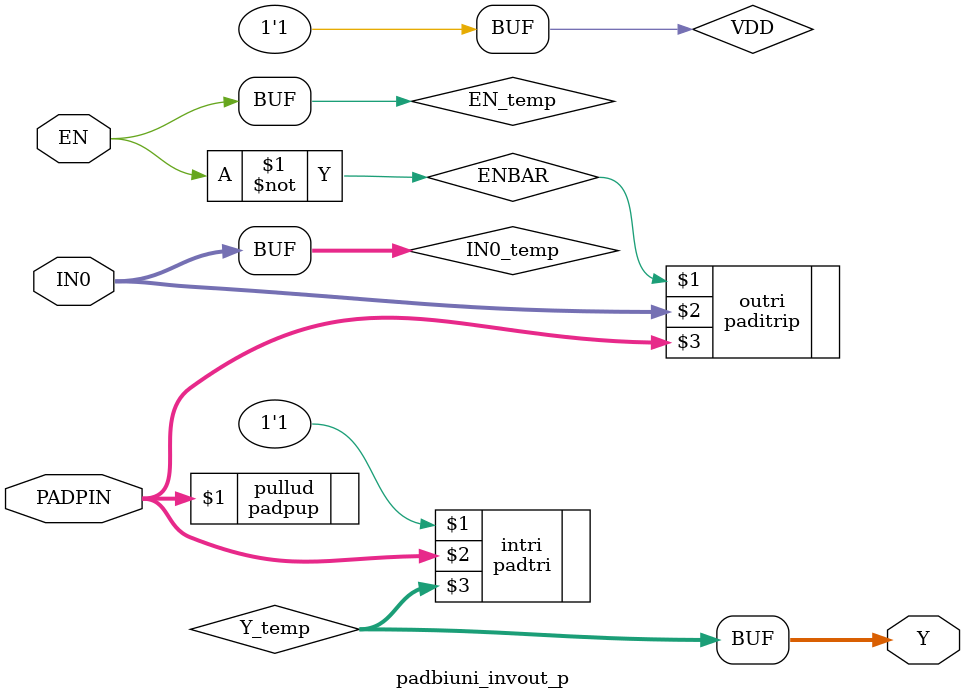
<source format=v>
module padbiuni_invout_p(EN,IN0,PADPIN,Y);
  parameter M = 7;
  parameter N = 0;
  parameter SLIM_FLAG = 0;
  parameter OUTDRIVE = "4MA";
  parameter LEVEL_SHIFTING = 0;
  parameter SCHMITT_TRIGGER = 0;
  parameter PULL_TYPE = "None";
  parameter
        d_EN_r = 0,
        d_EN_f = 0,
        d_IN0 = 0,
        d_PADPIN = 1,
        d_Y = 1;
  input  EN;
  input [M:N] IN0;
  inout [M:N] PADPIN;
  output [M:N] Y;
  wire  EN_temp;
  wire [M:N] IN0_temp;
  wire [M:N] PADPIN_temp;
  wire [M:N] Y_temp;
  supply1  VDD;
  wire  ENBAR;
  assign #(d_EN_r,d_EN_f) EN_temp = EN;
  assign #(d_IN0) IN0_temp = IN0;
  assign #(d_Y) Y = Y_temp;
  assign
    ENBAR = ( ~ EN_temp);
  padpup #(M,N,PULL_TYPE) pullud (PADPIN);
  paditrip #(M,N,PULL_TYPE) outri (ENBAR,IN0_temp,PADPIN);
  padtri #(M,N) intri (VDD,PADPIN,Y_temp);
endmodule

</source>
